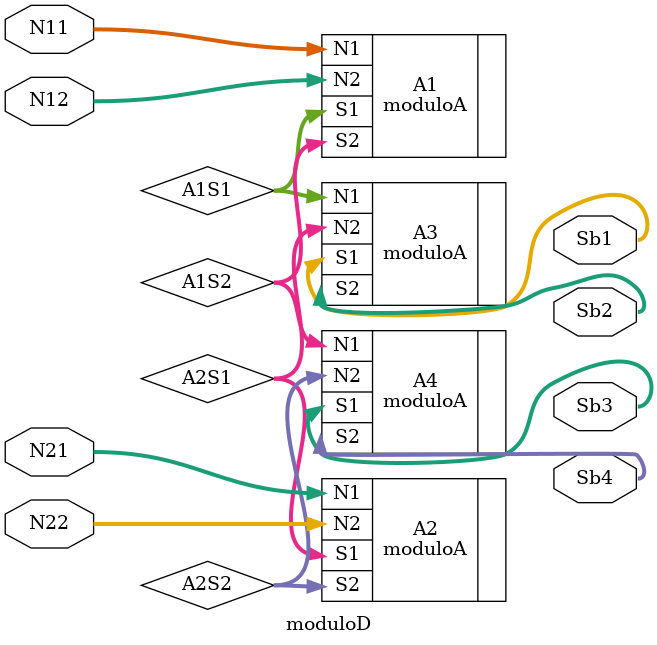
<source format=v>
module moduloD (N11, N12,N21,N22, Sb1, Sb2, Sb3, Sb4);

	input [7:0] N11;
	input [7:0] N12;
	input [7:0] N21;
	input [7:0] N22;
	
	//ORDENADOS..
	output [7:0] Sb1;	//MAS CHICO
	output [7:0] Sb2;	//2
	output [7:0] Sb3;	//3
	output [7:0] Sb4;	//MAS GRANDE
	
	//parametros:
	wire [7:0] N11;
	wire [7:0] N12;
	wire [7:0] N21;
	wire [7:0] N22;
	wire [7:0] Sb1;
	wire [7:0] Sb2;	
	wire [7:0] Sb3;
	wire [7:0] Sb4;	
	
	/*
	  ------------
	=	A1	A3	A5 =
	=	A2	A4	A5 =
	  ------------
	*/
	
	//VARIABLES AUXILIARES:
	wire [7:0]	A1S1, A1S2; 			//A1
	wire [7:0]	A2S1, A2S2;				//A2


	
	moduloA A1(
		.N1(N11),
		.N2(N12),
		.S1(A1S1),
		.S2(A1S2)
		);

	moduloA A2(
		.N1(N21),
		.N2(N22),
		.S1(A2S1),
		.S2(A2S2)
		);

	moduloA A3(
		.N1(A1S1),
		.N2(A2S1),
		.S1(Sb1),
		.S2(Sb2)
		);		
	
	moduloA A4(
		.N1(A1S2),
		.N2(A2S2),
		.S1(Sb3),
		.S2(Sb4)
		);
		

		
endmodule
</source>
